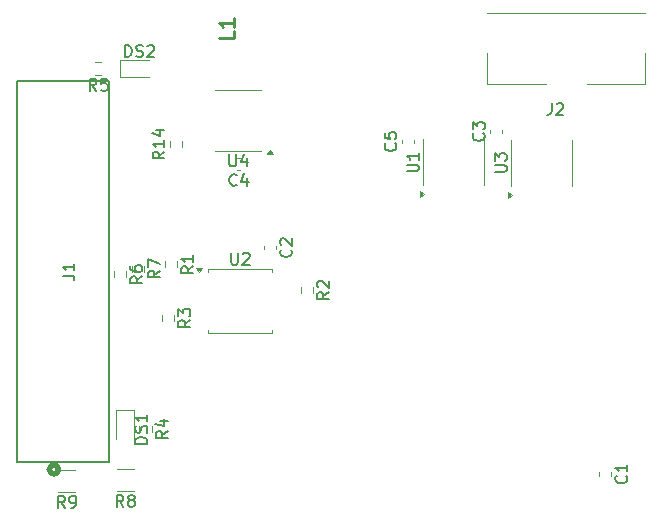
<source format=gbr>
%TF.GenerationSoftware,KiCad,Pcbnew,8.0.9-8.0.9-0~ubuntu22.04.1*%
%TF.CreationDate,2025-04-16T08:53:04-05:00*%
%TF.ProjectId,test_board,74657374-5f62-46f6-9172-642e6b696361,rev?*%
%TF.SameCoordinates,Original*%
%TF.FileFunction,Legend,Top*%
%TF.FilePolarity,Positive*%
%FSLAX46Y46*%
G04 Gerber Fmt 4.6, Leading zero omitted, Abs format (unit mm)*
G04 Created by KiCad (PCBNEW 8.0.9-8.0.9-0~ubuntu22.04.1) date 2025-04-16 08:53:04*
%MOMM*%
%LPD*%
G01*
G04 APERTURE LIST*
%ADD10C,0.150000*%
%ADD11C,0.254000*%
%ADD12C,0.120000*%
%ADD13C,0.152400*%
%ADD14C,0.508000*%
G04 APERTURE END LIST*
D10*
X134868095Y-66014819D02*
X134868095Y-66824342D01*
X134868095Y-66824342D02*
X134915714Y-66919580D01*
X134915714Y-66919580D02*
X134963333Y-66967200D01*
X134963333Y-66967200D02*
X135058571Y-67014819D01*
X135058571Y-67014819D02*
X135249047Y-67014819D01*
X135249047Y-67014819D02*
X135344285Y-66967200D01*
X135344285Y-66967200D02*
X135391904Y-66919580D01*
X135391904Y-66919580D02*
X135439523Y-66824342D01*
X135439523Y-66824342D02*
X135439523Y-66014819D01*
X135868095Y-66110057D02*
X135915714Y-66062438D01*
X135915714Y-66062438D02*
X136010952Y-66014819D01*
X136010952Y-66014819D02*
X136249047Y-66014819D01*
X136249047Y-66014819D02*
X136344285Y-66062438D01*
X136344285Y-66062438D02*
X136391904Y-66110057D01*
X136391904Y-66110057D02*
X136439523Y-66205295D01*
X136439523Y-66205295D02*
X136439523Y-66300533D01*
X136439523Y-66300533D02*
X136391904Y-66443390D01*
X136391904Y-66443390D02*
X135820476Y-67014819D01*
X135820476Y-67014819D02*
X136439523Y-67014819D01*
X162006666Y-53334819D02*
X162006666Y-54049104D01*
X162006666Y-54049104D02*
X161959047Y-54191961D01*
X161959047Y-54191961D02*
X161863809Y-54287200D01*
X161863809Y-54287200D02*
X161720952Y-54334819D01*
X161720952Y-54334819D02*
X161625714Y-54334819D01*
X162435238Y-53430057D02*
X162482857Y-53382438D01*
X162482857Y-53382438D02*
X162578095Y-53334819D01*
X162578095Y-53334819D02*
X162816190Y-53334819D01*
X162816190Y-53334819D02*
X162911428Y-53382438D01*
X162911428Y-53382438D02*
X162959047Y-53430057D01*
X162959047Y-53430057D02*
X163006666Y-53525295D01*
X163006666Y-53525295D02*
X163006666Y-53620533D01*
X163006666Y-53620533D02*
X162959047Y-53763390D01*
X162959047Y-53763390D02*
X162387619Y-54334819D01*
X162387619Y-54334819D02*
X163006666Y-54334819D01*
X128854819Y-67529166D02*
X128378628Y-67862499D01*
X128854819Y-68100594D02*
X127854819Y-68100594D01*
X127854819Y-68100594D02*
X127854819Y-67719642D01*
X127854819Y-67719642D02*
X127902438Y-67624404D01*
X127902438Y-67624404D02*
X127950057Y-67576785D01*
X127950057Y-67576785D02*
X128045295Y-67529166D01*
X128045295Y-67529166D02*
X128188152Y-67529166D01*
X128188152Y-67529166D02*
X128283390Y-67576785D01*
X128283390Y-67576785D02*
X128331009Y-67624404D01*
X128331009Y-67624404D02*
X128378628Y-67719642D01*
X128378628Y-67719642D02*
X128378628Y-68100594D01*
X127854819Y-67195832D02*
X127854819Y-66529166D01*
X127854819Y-66529166D02*
X128854819Y-66957737D01*
X131654819Y-67166666D02*
X131178628Y-67499999D01*
X131654819Y-67738094D02*
X130654819Y-67738094D01*
X130654819Y-67738094D02*
X130654819Y-67357142D01*
X130654819Y-67357142D02*
X130702438Y-67261904D01*
X130702438Y-67261904D02*
X130750057Y-67214285D01*
X130750057Y-67214285D02*
X130845295Y-67166666D01*
X130845295Y-67166666D02*
X130988152Y-67166666D01*
X130988152Y-67166666D02*
X131083390Y-67214285D01*
X131083390Y-67214285D02*
X131131009Y-67261904D01*
X131131009Y-67261904D02*
X131178628Y-67357142D01*
X131178628Y-67357142D02*
X131178628Y-67738094D01*
X131654819Y-66214285D02*
X131654819Y-66785713D01*
X131654819Y-66499999D02*
X130654819Y-66499999D01*
X130654819Y-66499999D02*
X130797676Y-66595237D01*
X130797676Y-66595237D02*
X130892914Y-66690475D01*
X130892914Y-66690475D02*
X130940533Y-66785713D01*
X120592918Y-67939933D02*
X121307203Y-67939933D01*
X121307203Y-67939933D02*
X121450060Y-67987552D01*
X121450060Y-67987552D02*
X121545299Y-68082790D01*
X121545299Y-68082790D02*
X121592918Y-68225647D01*
X121592918Y-68225647D02*
X121592918Y-68320885D01*
X121592918Y-66939933D02*
X121592918Y-67511361D01*
X121592918Y-67225647D02*
X120592918Y-67225647D01*
X120592918Y-67225647D02*
X120735775Y-67320885D01*
X120735775Y-67320885D02*
X120831013Y-67416123D01*
X120831013Y-67416123D02*
X120878632Y-67511361D01*
X125875714Y-49414819D02*
X125875714Y-48414819D01*
X125875714Y-48414819D02*
X126113809Y-48414819D01*
X126113809Y-48414819D02*
X126256666Y-48462438D01*
X126256666Y-48462438D02*
X126351904Y-48557676D01*
X126351904Y-48557676D02*
X126399523Y-48652914D01*
X126399523Y-48652914D02*
X126447142Y-48843390D01*
X126447142Y-48843390D02*
X126447142Y-48986247D01*
X126447142Y-48986247D02*
X126399523Y-49176723D01*
X126399523Y-49176723D02*
X126351904Y-49271961D01*
X126351904Y-49271961D02*
X126256666Y-49367200D01*
X126256666Y-49367200D02*
X126113809Y-49414819D01*
X126113809Y-49414819D02*
X125875714Y-49414819D01*
X126828095Y-49367200D02*
X126970952Y-49414819D01*
X126970952Y-49414819D02*
X127209047Y-49414819D01*
X127209047Y-49414819D02*
X127304285Y-49367200D01*
X127304285Y-49367200D02*
X127351904Y-49319580D01*
X127351904Y-49319580D02*
X127399523Y-49224342D01*
X127399523Y-49224342D02*
X127399523Y-49129104D01*
X127399523Y-49129104D02*
X127351904Y-49033866D01*
X127351904Y-49033866D02*
X127304285Y-48986247D01*
X127304285Y-48986247D02*
X127209047Y-48938628D01*
X127209047Y-48938628D02*
X127018571Y-48891009D01*
X127018571Y-48891009D02*
X126923333Y-48843390D01*
X126923333Y-48843390D02*
X126875714Y-48795771D01*
X126875714Y-48795771D02*
X126828095Y-48700533D01*
X126828095Y-48700533D02*
X126828095Y-48605295D01*
X126828095Y-48605295D02*
X126875714Y-48510057D01*
X126875714Y-48510057D02*
X126923333Y-48462438D01*
X126923333Y-48462438D02*
X127018571Y-48414819D01*
X127018571Y-48414819D02*
X127256666Y-48414819D01*
X127256666Y-48414819D02*
X127399523Y-48462438D01*
X127780476Y-48510057D02*
X127828095Y-48462438D01*
X127828095Y-48462438D02*
X127923333Y-48414819D01*
X127923333Y-48414819D02*
X128161428Y-48414819D01*
X128161428Y-48414819D02*
X128256666Y-48462438D01*
X128256666Y-48462438D02*
X128304285Y-48510057D01*
X128304285Y-48510057D02*
X128351904Y-48605295D01*
X128351904Y-48605295D02*
X128351904Y-48700533D01*
X128351904Y-48700533D02*
X128304285Y-48843390D01*
X128304285Y-48843390D02*
X127732857Y-49414819D01*
X127732857Y-49414819D02*
X128351904Y-49414819D01*
X135343333Y-60249580D02*
X135295714Y-60297200D01*
X135295714Y-60297200D02*
X135152857Y-60344819D01*
X135152857Y-60344819D02*
X135057619Y-60344819D01*
X135057619Y-60344819D02*
X134914762Y-60297200D01*
X134914762Y-60297200D02*
X134819524Y-60201961D01*
X134819524Y-60201961D02*
X134771905Y-60106723D01*
X134771905Y-60106723D02*
X134724286Y-59916247D01*
X134724286Y-59916247D02*
X134724286Y-59773390D01*
X134724286Y-59773390D02*
X134771905Y-59582914D01*
X134771905Y-59582914D02*
X134819524Y-59487676D01*
X134819524Y-59487676D02*
X134914762Y-59392438D01*
X134914762Y-59392438D02*
X135057619Y-59344819D01*
X135057619Y-59344819D02*
X135152857Y-59344819D01*
X135152857Y-59344819D02*
X135295714Y-59392438D01*
X135295714Y-59392438D02*
X135343333Y-59440057D01*
X136200476Y-59678152D02*
X136200476Y-60344819D01*
X135962381Y-59297200D02*
X135724286Y-60011485D01*
X135724286Y-60011485D02*
X136343333Y-60011485D01*
X127754819Y-82186785D02*
X126754819Y-82186785D01*
X126754819Y-82186785D02*
X126754819Y-81948690D01*
X126754819Y-81948690D02*
X126802438Y-81805833D01*
X126802438Y-81805833D02*
X126897676Y-81710595D01*
X126897676Y-81710595D02*
X126992914Y-81662976D01*
X126992914Y-81662976D02*
X127183390Y-81615357D01*
X127183390Y-81615357D02*
X127326247Y-81615357D01*
X127326247Y-81615357D02*
X127516723Y-81662976D01*
X127516723Y-81662976D02*
X127611961Y-81710595D01*
X127611961Y-81710595D02*
X127707200Y-81805833D01*
X127707200Y-81805833D02*
X127754819Y-81948690D01*
X127754819Y-81948690D02*
X127754819Y-82186785D01*
X127707200Y-81234404D02*
X127754819Y-81091547D01*
X127754819Y-81091547D02*
X127754819Y-80853452D01*
X127754819Y-80853452D02*
X127707200Y-80758214D01*
X127707200Y-80758214D02*
X127659580Y-80710595D01*
X127659580Y-80710595D02*
X127564342Y-80662976D01*
X127564342Y-80662976D02*
X127469104Y-80662976D01*
X127469104Y-80662976D02*
X127373866Y-80710595D01*
X127373866Y-80710595D02*
X127326247Y-80758214D01*
X127326247Y-80758214D02*
X127278628Y-80853452D01*
X127278628Y-80853452D02*
X127231009Y-81043928D01*
X127231009Y-81043928D02*
X127183390Y-81139166D01*
X127183390Y-81139166D02*
X127135771Y-81186785D01*
X127135771Y-81186785D02*
X127040533Y-81234404D01*
X127040533Y-81234404D02*
X126945295Y-81234404D01*
X126945295Y-81234404D02*
X126850057Y-81186785D01*
X126850057Y-81186785D02*
X126802438Y-81139166D01*
X126802438Y-81139166D02*
X126754819Y-81043928D01*
X126754819Y-81043928D02*
X126754819Y-80805833D01*
X126754819Y-80805833D02*
X126802438Y-80662976D01*
X127754819Y-79710595D02*
X127754819Y-80282023D01*
X127754819Y-79996309D02*
X126754819Y-79996309D01*
X126754819Y-79996309D02*
X126897676Y-80091547D01*
X126897676Y-80091547D02*
X126992914Y-80186785D01*
X126992914Y-80186785D02*
X127040533Y-80282023D01*
X129214819Y-57442857D02*
X128738628Y-57776190D01*
X129214819Y-58014285D02*
X128214819Y-58014285D01*
X128214819Y-58014285D02*
X128214819Y-57633333D01*
X128214819Y-57633333D02*
X128262438Y-57538095D01*
X128262438Y-57538095D02*
X128310057Y-57490476D01*
X128310057Y-57490476D02*
X128405295Y-57442857D01*
X128405295Y-57442857D02*
X128548152Y-57442857D01*
X128548152Y-57442857D02*
X128643390Y-57490476D01*
X128643390Y-57490476D02*
X128691009Y-57538095D01*
X128691009Y-57538095D02*
X128738628Y-57633333D01*
X128738628Y-57633333D02*
X128738628Y-58014285D01*
X129214819Y-56490476D02*
X129214819Y-57061904D01*
X129214819Y-56776190D02*
X128214819Y-56776190D01*
X128214819Y-56776190D02*
X128357676Y-56871428D01*
X128357676Y-56871428D02*
X128452914Y-56966666D01*
X128452914Y-56966666D02*
X128500533Y-57061904D01*
X128548152Y-55633333D02*
X129214819Y-55633333D01*
X128167200Y-55871428D02*
X128881485Y-56109523D01*
X128881485Y-56109523D02*
X128881485Y-55490476D01*
X149734819Y-59121904D02*
X150544342Y-59121904D01*
X150544342Y-59121904D02*
X150639580Y-59074285D01*
X150639580Y-59074285D02*
X150687200Y-59026666D01*
X150687200Y-59026666D02*
X150734819Y-58931428D01*
X150734819Y-58931428D02*
X150734819Y-58740952D01*
X150734819Y-58740952D02*
X150687200Y-58645714D01*
X150687200Y-58645714D02*
X150639580Y-58598095D01*
X150639580Y-58598095D02*
X150544342Y-58550476D01*
X150544342Y-58550476D02*
X149734819Y-58550476D01*
X150734819Y-57550476D02*
X150734819Y-58121904D01*
X150734819Y-57836190D02*
X149734819Y-57836190D01*
X149734819Y-57836190D02*
X149877676Y-57931428D01*
X149877676Y-57931428D02*
X149972914Y-58026666D01*
X149972914Y-58026666D02*
X150020533Y-58121904D01*
X129504819Y-81096666D02*
X129028628Y-81429999D01*
X129504819Y-81668094D02*
X128504819Y-81668094D01*
X128504819Y-81668094D02*
X128504819Y-81287142D01*
X128504819Y-81287142D02*
X128552438Y-81191904D01*
X128552438Y-81191904D02*
X128600057Y-81144285D01*
X128600057Y-81144285D02*
X128695295Y-81096666D01*
X128695295Y-81096666D02*
X128838152Y-81096666D01*
X128838152Y-81096666D02*
X128933390Y-81144285D01*
X128933390Y-81144285D02*
X128981009Y-81191904D01*
X128981009Y-81191904D02*
X129028628Y-81287142D01*
X129028628Y-81287142D02*
X129028628Y-81668094D01*
X128838152Y-80239523D02*
X129504819Y-80239523D01*
X128457200Y-80477618D02*
X129171485Y-80715713D01*
X129171485Y-80715713D02*
X129171485Y-80096666D01*
X157184819Y-59161904D02*
X157994342Y-59161904D01*
X157994342Y-59161904D02*
X158089580Y-59114285D01*
X158089580Y-59114285D02*
X158137200Y-59066666D01*
X158137200Y-59066666D02*
X158184819Y-58971428D01*
X158184819Y-58971428D02*
X158184819Y-58780952D01*
X158184819Y-58780952D02*
X158137200Y-58685714D01*
X158137200Y-58685714D02*
X158089580Y-58638095D01*
X158089580Y-58638095D02*
X157994342Y-58590476D01*
X157994342Y-58590476D02*
X157184819Y-58590476D01*
X157184819Y-58209523D02*
X157184819Y-57590476D01*
X157184819Y-57590476D02*
X157565771Y-57923809D01*
X157565771Y-57923809D02*
X157565771Y-57780952D01*
X157565771Y-57780952D02*
X157613390Y-57685714D01*
X157613390Y-57685714D02*
X157661009Y-57638095D01*
X157661009Y-57638095D02*
X157756247Y-57590476D01*
X157756247Y-57590476D02*
X157994342Y-57590476D01*
X157994342Y-57590476D02*
X158089580Y-57638095D01*
X158089580Y-57638095D02*
X158137200Y-57685714D01*
X158137200Y-57685714D02*
X158184819Y-57780952D01*
X158184819Y-57780952D02*
X158184819Y-58066666D01*
X158184819Y-58066666D02*
X158137200Y-58161904D01*
X158137200Y-58161904D02*
X158089580Y-58209523D01*
X127344819Y-68009166D02*
X126868628Y-68342499D01*
X127344819Y-68580594D02*
X126344819Y-68580594D01*
X126344819Y-68580594D02*
X126344819Y-68199642D01*
X126344819Y-68199642D02*
X126392438Y-68104404D01*
X126392438Y-68104404D02*
X126440057Y-68056785D01*
X126440057Y-68056785D02*
X126535295Y-68009166D01*
X126535295Y-68009166D02*
X126678152Y-68009166D01*
X126678152Y-68009166D02*
X126773390Y-68056785D01*
X126773390Y-68056785D02*
X126821009Y-68104404D01*
X126821009Y-68104404D02*
X126868628Y-68199642D01*
X126868628Y-68199642D02*
X126868628Y-68580594D01*
X126344819Y-67152023D02*
X126344819Y-67342499D01*
X126344819Y-67342499D02*
X126392438Y-67437737D01*
X126392438Y-67437737D02*
X126440057Y-67485356D01*
X126440057Y-67485356D02*
X126582914Y-67580594D01*
X126582914Y-67580594D02*
X126773390Y-67628213D01*
X126773390Y-67628213D02*
X127154342Y-67628213D01*
X127154342Y-67628213D02*
X127249580Y-67580594D01*
X127249580Y-67580594D02*
X127297200Y-67532975D01*
X127297200Y-67532975D02*
X127344819Y-67437737D01*
X127344819Y-67437737D02*
X127344819Y-67247261D01*
X127344819Y-67247261D02*
X127297200Y-67152023D01*
X127297200Y-67152023D02*
X127249580Y-67104404D01*
X127249580Y-67104404D02*
X127154342Y-67056785D01*
X127154342Y-67056785D02*
X126916247Y-67056785D01*
X126916247Y-67056785D02*
X126821009Y-67104404D01*
X126821009Y-67104404D02*
X126773390Y-67152023D01*
X126773390Y-67152023D02*
X126725771Y-67247261D01*
X126725771Y-67247261D02*
X126725771Y-67437737D01*
X126725771Y-67437737D02*
X126773390Y-67532975D01*
X126773390Y-67532975D02*
X126821009Y-67580594D01*
X126821009Y-67580594D02*
X126916247Y-67628213D01*
D11*
X135075518Y-47260466D02*
X135075518Y-47865228D01*
X135075518Y-47865228D02*
X133805518Y-47865228D01*
X135075518Y-46171894D02*
X135075518Y-46897609D01*
X135075518Y-46534752D02*
X133805518Y-46534752D01*
X133805518Y-46534752D02*
X133986946Y-46655704D01*
X133986946Y-46655704D02*
X134107899Y-46776656D01*
X134107899Y-46776656D02*
X134168375Y-46897609D01*
D10*
X148769580Y-56756666D02*
X148817200Y-56804285D01*
X148817200Y-56804285D02*
X148864819Y-56947142D01*
X148864819Y-56947142D02*
X148864819Y-57042380D01*
X148864819Y-57042380D02*
X148817200Y-57185237D01*
X148817200Y-57185237D02*
X148721961Y-57280475D01*
X148721961Y-57280475D02*
X148626723Y-57328094D01*
X148626723Y-57328094D02*
X148436247Y-57375713D01*
X148436247Y-57375713D02*
X148293390Y-57375713D01*
X148293390Y-57375713D02*
X148102914Y-57328094D01*
X148102914Y-57328094D02*
X148007676Y-57280475D01*
X148007676Y-57280475D02*
X147912438Y-57185237D01*
X147912438Y-57185237D02*
X147864819Y-57042380D01*
X147864819Y-57042380D02*
X147864819Y-56947142D01*
X147864819Y-56947142D02*
X147912438Y-56804285D01*
X147912438Y-56804285D02*
X147960057Y-56756666D01*
X147864819Y-55851904D02*
X147864819Y-56328094D01*
X147864819Y-56328094D02*
X148341009Y-56375713D01*
X148341009Y-56375713D02*
X148293390Y-56328094D01*
X148293390Y-56328094D02*
X148245771Y-56232856D01*
X148245771Y-56232856D02*
X148245771Y-55994761D01*
X148245771Y-55994761D02*
X148293390Y-55899523D01*
X148293390Y-55899523D02*
X148341009Y-55851904D01*
X148341009Y-55851904D02*
X148436247Y-55804285D01*
X148436247Y-55804285D02*
X148674342Y-55804285D01*
X148674342Y-55804285D02*
X148769580Y-55851904D01*
X148769580Y-55851904D02*
X148817200Y-55899523D01*
X148817200Y-55899523D02*
X148864819Y-55994761D01*
X148864819Y-55994761D02*
X148864819Y-56232856D01*
X148864819Y-56232856D02*
X148817200Y-56328094D01*
X148817200Y-56328094D02*
X148769580Y-56375713D01*
X120793333Y-87594819D02*
X120460000Y-87118628D01*
X120221905Y-87594819D02*
X120221905Y-86594819D01*
X120221905Y-86594819D02*
X120602857Y-86594819D01*
X120602857Y-86594819D02*
X120698095Y-86642438D01*
X120698095Y-86642438D02*
X120745714Y-86690057D01*
X120745714Y-86690057D02*
X120793333Y-86785295D01*
X120793333Y-86785295D02*
X120793333Y-86928152D01*
X120793333Y-86928152D02*
X120745714Y-87023390D01*
X120745714Y-87023390D02*
X120698095Y-87071009D01*
X120698095Y-87071009D02*
X120602857Y-87118628D01*
X120602857Y-87118628D02*
X120221905Y-87118628D01*
X121269524Y-87594819D02*
X121460000Y-87594819D01*
X121460000Y-87594819D02*
X121555238Y-87547200D01*
X121555238Y-87547200D02*
X121602857Y-87499580D01*
X121602857Y-87499580D02*
X121698095Y-87356723D01*
X121698095Y-87356723D02*
X121745714Y-87166247D01*
X121745714Y-87166247D02*
X121745714Y-86785295D01*
X121745714Y-86785295D02*
X121698095Y-86690057D01*
X121698095Y-86690057D02*
X121650476Y-86642438D01*
X121650476Y-86642438D02*
X121555238Y-86594819D01*
X121555238Y-86594819D02*
X121364762Y-86594819D01*
X121364762Y-86594819D02*
X121269524Y-86642438D01*
X121269524Y-86642438D02*
X121221905Y-86690057D01*
X121221905Y-86690057D02*
X121174286Y-86785295D01*
X121174286Y-86785295D02*
X121174286Y-87023390D01*
X121174286Y-87023390D02*
X121221905Y-87118628D01*
X121221905Y-87118628D02*
X121269524Y-87166247D01*
X121269524Y-87166247D02*
X121364762Y-87213866D01*
X121364762Y-87213866D02*
X121555238Y-87213866D01*
X121555238Y-87213866D02*
X121650476Y-87166247D01*
X121650476Y-87166247D02*
X121698095Y-87118628D01*
X121698095Y-87118628D02*
X121745714Y-87023390D01*
X131404819Y-71716666D02*
X130928628Y-72049999D01*
X131404819Y-72288094D02*
X130404819Y-72288094D01*
X130404819Y-72288094D02*
X130404819Y-71907142D01*
X130404819Y-71907142D02*
X130452438Y-71811904D01*
X130452438Y-71811904D02*
X130500057Y-71764285D01*
X130500057Y-71764285D02*
X130595295Y-71716666D01*
X130595295Y-71716666D02*
X130738152Y-71716666D01*
X130738152Y-71716666D02*
X130833390Y-71764285D01*
X130833390Y-71764285D02*
X130881009Y-71811904D01*
X130881009Y-71811904D02*
X130928628Y-71907142D01*
X130928628Y-71907142D02*
X130928628Y-72288094D01*
X130404819Y-71383332D02*
X130404819Y-70764285D01*
X130404819Y-70764285D02*
X130785771Y-71097618D01*
X130785771Y-71097618D02*
X130785771Y-70954761D01*
X130785771Y-70954761D02*
X130833390Y-70859523D01*
X130833390Y-70859523D02*
X130881009Y-70811904D01*
X130881009Y-70811904D02*
X130976247Y-70764285D01*
X130976247Y-70764285D02*
X131214342Y-70764285D01*
X131214342Y-70764285D02*
X131309580Y-70811904D01*
X131309580Y-70811904D02*
X131357200Y-70859523D01*
X131357200Y-70859523D02*
X131404819Y-70954761D01*
X131404819Y-70954761D02*
X131404819Y-71240475D01*
X131404819Y-71240475D02*
X131357200Y-71335713D01*
X131357200Y-71335713D02*
X131309580Y-71383332D01*
X156229580Y-55906666D02*
X156277200Y-55954285D01*
X156277200Y-55954285D02*
X156324819Y-56097142D01*
X156324819Y-56097142D02*
X156324819Y-56192380D01*
X156324819Y-56192380D02*
X156277200Y-56335237D01*
X156277200Y-56335237D02*
X156181961Y-56430475D01*
X156181961Y-56430475D02*
X156086723Y-56478094D01*
X156086723Y-56478094D02*
X155896247Y-56525713D01*
X155896247Y-56525713D02*
X155753390Y-56525713D01*
X155753390Y-56525713D02*
X155562914Y-56478094D01*
X155562914Y-56478094D02*
X155467676Y-56430475D01*
X155467676Y-56430475D02*
X155372438Y-56335237D01*
X155372438Y-56335237D02*
X155324819Y-56192380D01*
X155324819Y-56192380D02*
X155324819Y-56097142D01*
X155324819Y-56097142D02*
X155372438Y-55954285D01*
X155372438Y-55954285D02*
X155420057Y-55906666D01*
X155324819Y-55573332D02*
X155324819Y-54954285D01*
X155324819Y-54954285D02*
X155705771Y-55287618D01*
X155705771Y-55287618D02*
X155705771Y-55144761D01*
X155705771Y-55144761D02*
X155753390Y-55049523D01*
X155753390Y-55049523D02*
X155801009Y-55001904D01*
X155801009Y-55001904D02*
X155896247Y-54954285D01*
X155896247Y-54954285D02*
X156134342Y-54954285D01*
X156134342Y-54954285D02*
X156229580Y-55001904D01*
X156229580Y-55001904D02*
X156277200Y-55049523D01*
X156277200Y-55049523D02*
X156324819Y-55144761D01*
X156324819Y-55144761D02*
X156324819Y-55430475D01*
X156324819Y-55430475D02*
X156277200Y-55525713D01*
X156277200Y-55525713D02*
X156229580Y-55573332D01*
X168309580Y-84896666D02*
X168357200Y-84944285D01*
X168357200Y-84944285D02*
X168404819Y-85087142D01*
X168404819Y-85087142D02*
X168404819Y-85182380D01*
X168404819Y-85182380D02*
X168357200Y-85325237D01*
X168357200Y-85325237D02*
X168261961Y-85420475D01*
X168261961Y-85420475D02*
X168166723Y-85468094D01*
X168166723Y-85468094D02*
X167976247Y-85515713D01*
X167976247Y-85515713D02*
X167833390Y-85515713D01*
X167833390Y-85515713D02*
X167642914Y-85468094D01*
X167642914Y-85468094D02*
X167547676Y-85420475D01*
X167547676Y-85420475D02*
X167452438Y-85325237D01*
X167452438Y-85325237D02*
X167404819Y-85182380D01*
X167404819Y-85182380D02*
X167404819Y-85087142D01*
X167404819Y-85087142D02*
X167452438Y-84944285D01*
X167452438Y-84944285D02*
X167500057Y-84896666D01*
X168404819Y-83944285D02*
X168404819Y-84515713D01*
X168404819Y-84229999D02*
X167404819Y-84229999D01*
X167404819Y-84229999D02*
X167547676Y-84325237D01*
X167547676Y-84325237D02*
X167642914Y-84420475D01*
X167642914Y-84420475D02*
X167690533Y-84515713D01*
X125753333Y-87534819D02*
X125420000Y-87058628D01*
X125181905Y-87534819D02*
X125181905Y-86534819D01*
X125181905Y-86534819D02*
X125562857Y-86534819D01*
X125562857Y-86534819D02*
X125658095Y-86582438D01*
X125658095Y-86582438D02*
X125705714Y-86630057D01*
X125705714Y-86630057D02*
X125753333Y-86725295D01*
X125753333Y-86725295D02*
X125753333Y-86868152D01*
X125753333Y-86868152D02*
X125705714Y-86963390D01*
X125705714Y-86963390D02*
X125658095Y-87011009D01*
X125658095Y-87011009D02*
X125562857Y-87058628D01*
X125562857Y-87058628D02*
X125181905Y-87058628D01*
X126324762Y-86963390D02*
X126229524Y-86915771D01*
X126229524Y-86915771D02*
X126181905Y-86868152D01*
X126181905Y-86868152D02*
X126134286Y-86772914D01*
X126134286Y-86772914D02*
X126134286Y-86725295D01*
X126134286Y-86725295D02*
X126181905Y-86630057D01*
X126181905Y-86630057D02*
X126229524Y-86582438D01*
X126229524Y-86582438D02*
X126324762Y-86534819D01*
X126324762Y-86534819D02*
X126515238Y-86534819D01*
X126515238Y-86534819D02*
X126610476Y-86582438D01*
X126610476Y-86582438D02*
X126658095Y-86630057D01*
X126658095Y-86630057D02*
X126705714Y-86725295D01*
X126705714Y-86725295D02*
X126705714Y-86772914D01*
X126705714Y-86772914D02*
X126658095Y-86868152D01*
X126658095Y-86868152D02*
X126610476Y-86915771D01*
X126610476Y-86915771D02*
X126515238Y-86963390D01*
X126515238Y-86963390D02*
X126324762Y-86963390D01*
X126324762Y-86963390D02*
X126229524Y-87011009D01*
X126229524Y-87011009D02*
X126181905Y-87058628D01*
X126181905Y-87058628D02*
X126134286Y-87153866D01*
X126134286Y-87153866D02*
X126134286Y-87344342D01*
X126134286Y-87344342D02*
X126181905Y-87439580D01*
X126181905Y-87439580D02*
X126229524Y-87487200D01*
X126229524Y-87487200D02*
X126324762Y-87534819D01*
X126324762Y-87534819D02*
X126515238Y-87534819D01*
X126515238Y-87534819D02*
X126610476Y-87487200D01*
X126610476Y-87487200D02*
X126658095Y-87439580D01*
X126658095Y-87439580D02*
X126705714Y-87344342D01*
X126705714Y-87344342D02*
X126705714Y-87153866D01*
X126705714Y-87153866D02*
X126658095Y-87058628D01*
X126658095Y-87058628D02*
X126610476Y-87011009D01*
X126610476Y-87011009D02*
X126515238Y-86963390D01*
X123463333Y-52284819D02*
X123130000Y-51808628D01*
X122891905Y-52284819D02*
X122891905Y-51284819D01*
X122891905Y-51284819D02*
X123272857Y-51284819D01*
X123272857Y-51284819D02*
X123368095Y-51332438D01*
X123368095Y-51332438D02*
X123415714Y-51380057D01*
X123415714Y-51380057D02*
X123463333Y-51475295D01*
X123463333Y-51475295D02*
X123463333Y-51618152D01*
X123463333Y-51618152D02*
X123415714Y-51713390D01*
X123415714Y-51713390D02*
X123368095Y-51761009D01*
X123368095Y-51761009D02*
X123272857Y-51808628D01*
X123272857Y-51808628D02*
X122891905Y-51808628D01*
X124368095Y-51284819D02*
X123891905Y-51284819D01*
X123891905Y-51284819D02*
X123844286Y-51761009D01*
X123844286Y-51761009D02*
X123891905Y-51713390D01*
X123891905Y-51713390D02*
X123987143Y-51665771D01*
X123987143Y-51665771D02*
X124225238Y-51665771D01*
X124225238Y-51665771D02*
X124320476Y-51713390D01*
X124320476Y-51713390D02*
X124368095Y-51761009D01*
X124368095Y-51761009D02*
X124415714Y-51856247D01*
X124415714Y-51856247D02*
X124415714Y-52094342D01*
X124415714Y-52094342D02*
X124368095Y-52189580D01*
X124368095Y-52189580D02*
X124320476Y-52237200D01*
X124320476Y-52237200D02*
X124225238Y-52284819D01*
X124225238Y-52284819D02*
X123987143Y-52284819D01*
X123987143Y-52284819D02*
X123891905Y-52237200D01*
X123891905Y-52237200D02*
X123844286Y-52189580D01*
X134718095Y-57684819D02*
X134718095Y-58494342D01*
X134718095Y-58494342D02*
X134765714Y-58589580D01*
X134765714Y-58589580D02*
X134813333Y-58637200D01*
X134813333Y-58637200D02*
X134908571Y-58684819D01*
X134908571Y-58684819D02*
X135099047Y-58684819D01*
X135099047Y-58684819D02*
X135194285Y-58637200D01*
X135194285Y-58637200D02*
X135241904Y-58589580D01*
X135241904Y-58589580D02*
X135289523Y-58494342D01*
X135289523Y-58494342D02*
X135289523Y-57684819D01*
X136194285Y-58018152D02*
X136194285Y-58684819D01*
X135956190Y-57637200D02*
X135718095Y-58351485D01*
X135718095Y-58351485D02*
X136337142Y-58351485D01*
X139909580Y-65746666D02*
X139957200Y-65794285D01*
X139957200Y-65794285D02*
X140004819Y-65937142D01*
X140004819Y-65937142D02*
X140004819Y-66032380D01*
X140004819Y-66032380D02*
X139957200Y-66175237D01*
X139957200Y-66175237D02*
X139861961Y-66270475D01*
X139861961Y-66270475D02*
X139766723Y-66318094D01*
X139766723Y-66318094D02*
X139576247Y-66365713D01*
X139576247Y-66365713D02*
X139433390Y-66365713D01*
X139433390Y-66365713D02*
X139242914Y-66318094D01*
X139242914Y-66318094D02*
X139147676Y-66270475D01*
X139147676Y-66270475D02*
X139052438Y-66175237D01*
X139052438Y-66175237D02*
X139004819Y-66032380D01*
X139004819Y-66032380D02*
X139004819Y-65937142D01*
X139004819Y-65937142D02*
X139052438Y-65794285D01*
X139052438Y-65794285D02*
X139100057Y-65746666D01*
X139100057Y-65365713D02*
X139052438Y-65318094D01*
X139052438Y-65318094D02*
X139004819Y-65222856D01*
X139004819Y-65222856D02*
X139004819Y-64984761D01*
X139004819Y-64984761D02*
X139052438Y-64889523D01*
X139052438Y-64889523D02*
X139100057Y-64841904D01*
X139100057Y-64841904D02*
X139195295Y-64794285D01*
X139195295Y-64794285D02*
X139290533Y-64794285D01*
X139290533Y-64794285D02*
X139433390Y-64841904D01*
X139433390Y-64841904D02*
X140004819Y-65413332D01*
X140004819Y-65413332D02*
X140004819Y-64794285D01*
X143164819Y-69326666D02*
X142688628Y-69659999D01*
X143164819Y-69898094D02*
X142164819Y-69898094D01*
X142164819Y-69898094D02*
X142164819Y-69517142D01*
X142164819Y-69517142D02*
X142212438Y-69421904D01*
X142212438Y-69421904D02*
X142260057Y-69374285D01*
X142260057Y-69374285D02*
X142355295Y-69326666D01*
X142355295Y-69326666D02*
X142498152Y-69326666D01*
X142498152Y-69326666D02*
X142593390Y-69374285D01*
X142593390Y-69374285D02*
X142641009Y-69421904D01*
X142641009Y-69421904D02*
X142688628Y-69517142D01*
X142688628Y-69517142D02*
X142688628Y-69898094D01*
X142260057Y-68945713D02*
X142212438Y-68898094D01*
X142212438Y-68898094D02*
X142164819Y-68802856D01*
X142164819Y-68802856D02*
X142164819Y-68564761D01*
X142164819Y-68564761D02*
X142212438Y-68469523D01*
X142212438Y-68469523D02*
X142260057Y-68421904D01*
X142260057Y-68421904D02*
X142355295Y-68374285D01*
X142355295Y-68374285D02*
X142450533Y-68374285D01*
X142450533Y-68374285D02*
X142593390Y-68421904D01*
X142593390Y-68421904D02*
X143164819Y-68993332D01*
X143164819Y-68993332D02*
X143164819Y-68374285D01*
D12*
%TO.C,U2*%
X132122500Y-67655000D02*
X131882500Y-67325000D01*
X132362500Y-67325000D01*
X132122500Y-67655000D01*
G36*
X132122500Y-67655000D02*
G01*
X131882500Y-67325000D01*
X132362500Y-67325000D01*
X132122500Y-67655000D01*
G37*
X138355000Y-72845000D02*
X138355000Y-72585000D01*
X138355000Y-67395000D02*
X138355000Y-67655000D01*
X135630000Y-72845000D02*
X138355000Y-72845000D01*
X135630000Y-72845000D02*
X132905000Y-72845000D01*
X135630000Y-67395000D02*
X138355000Y-67395000D01*
X135630000Y-67395000D02*
X132905000Y-67395000D01*
X132905000Y-72845000D02*
X132905000Y-72585000D01*
X132905000Y-67395000D02*
X132905000Y-67655000D01*
%TO.C,J2*%
X169940000Y-51730000D02*
X169940000Y-49130000D01*
X169940000Y-51730000D02*
X164990000Y-51730000D01*
X156540000Y-51730000D02*
X161490000Y-51730000D01*
X156540000Y-51730000D02*
X156540000Y-49130000D01*
X156540000Y-45730000D02*
X169940000Y-45730000D01*
%TO.C,R7*%
X126447500Y-67107776D02*
X126447500Y-67617224D01*
X127492500Y-67107776D02*
X127492500Y-67617224D01*
%TO.C,R1*%
X129247500Y-66745276D02*
X129247500Y-67254724D01*
X130292500Y-66745276D02*
X130292500Y-67254724D01*
D13*
%TO.C,J1*%
X116711100Y-51490300D02*
X116711100Y-83722900D01*
X116711100Y-83722900D02*
X124508900Y-83722900D01*
X124508900Y-51490300D02*
X116711100Y-51490300D01*
X124508900Y-83722900D02*
X124508900Y-51490300D01*
D14*
X120249099Y-84357900D02*
G75*
G02*
X119487099Y-84357900I-381000J0D01*
G01*
X119487099Y-84357900D02*
G75*
G02*
X120249099Y-84357900I381000J0D01*
G01*
D12*
%TO.C,DS2*%
X125430000Y-49655000D02*
X125430000Y-51125000D01*
X125430000Y-51125000D02*
X127890000Y-51125000D01*
X127890000Y-49655000D02*
X125430000Y-49655000D01*
%TO.C,C4*%
X135656267Y-57950000D02*
X135363733Y-57950000D01*
X135656267Y-58970000D02*
X135363733Y-58970000D01*
%TO.C,DS1*%
X125135000Y-79312500D02*
X125135000Y-81772500D01*
X126605000Y-79312500D02*
X125135000Y-79312500D01*
X126605000Y-81772500D02*
X126605000Y-79312500D01*
%TO.C,R14*%
X129667500Y-57054724D02*
X129667500Y-56545276D01*
X130712500Y-57054724D02*
X130712500Y-56545276D01*
%TO.C,U1*%
X151120000Y-58360000D02*
X151120000Y-56410000D01*
X151120000Y-58360000D02*
X151120000Y-60310000D01*
X156240000Y-58360000D02*
X156240000Y-56410000D01*
X156240000Y-58360000D02*
X156240000Y-60310000D01*
X151215000Y-61060000D02*
X150885000Y-61300000D01*
X150885000Y-60820000D01*
X151215000Y-61060000D01*
G36*
X151215000Y-61060000D02*
G01*
X150885000Y-61300000D01*
X150885000Y-60820000D01*
X151215000Y-61060000D01*
G37*
%TO.C,R4*%
X127097500Y-80675276D02*
X127097500Y-81184724D01*
X128142500Y-80675276D02*
X128142500Y-81184724D01*
%TO.C,U3*%
X158570000Y-58400000D02*
X158570000Y-56450000D01*
X158570000Y-58400000D02*
X158570000Y-60350000D01*
X163690000Y-58400000D02*
X163690000Y-56450000D01*
X163690000Y-58400000D02*
X163690000Y-60350000D01*
X158665000Y-61100000D02*
X158335000Y-61340000D01*
X158335000Y-60860000D01*
X158665000Y-61100000D01*
G36*
X158665000Y-61100000D02*
G01*
X158335000Y-61340000D01*
X158335000Y-60860000D01*
X158665000Y-61100000D01*
G37*
%TO.C,R6*%
X124937500Y-67587776D02*
X124937500Y-68097224D01*
X125982500Y-67587776D02*
X125982500Y-68097224D01*
%TO.C,C5*%
X149330000Y-56736267D02*
X149330000Y-56443733D01*
X150350000Y-56736267D02*
X150350000Y-56443733D01*
%TO.C,R9*%
X121687064Y-84410000D02*
X120232936Y-84410000D01*
X121687064Y-86230000D02*
X120232936Y-86230000D01*
%TO.C,R3*%
X128997500Y-71295276D02*
X128997500Y-71804724D01*
X130042500Y-71295276D02*
X130042500Y-71804724D01*
%TO.C,C3*%
X156790000Y-55886267D02*
X156790000Y-55593733D01*
X157810000Y-55886267D02*
X157810000Y-55593733D01*
%TO.C,C1*%
X166010000Y-84583733D02*
X166010000Y-84876267D01*
X167030000Y-84583733D02*
X167030000Y-84876267D01*
%TO.C,R8*%
X126647064Y-84350000D02*
X125192936Y-84350000D01*
X126647064Y-86170000D02*
X125192936Y-86170000D01*
%TO.C,R5*%
X123884724Y-49877500D02*
X123375276Y-49877500D01*
X123884724Y-50922500D02*
X123375276Y-50922500D01*
%TO.C,U4*%
X135480000Y-52270000D02*
X133530000Y-52270000D01*
X135480000Y-52270000D02*
X137430000Y-52270000D01*
X135480000Y-57390000D02*
X133530000Y-57390000D01*
X135480000Y-57390000D02*
X137430000Y-57390000D01*
X138420000Y-57625000D02*
X137940000Y-57625000D01*
X138180000Y-57295000D01*
X138420000Y-57625000D01*
G36*
X138420000Y-57625000D02*
G01*
X137940000Y-57625000D01*
X138180000Y-57295000D01*
X138420000Y-57625000D01*
G37*
%TO.C,C2*%
X137610000Y-65433733D02*
X137610000Y-65726267D01*
X138630000Y-65433733D02*
X138630000Y-65726267D01*
%TO.C,R2*%
X140757500Y-68905276D02*
X140757500Y-69414724D01*
X141802500Y-68905276D02*
X141802500Y-69414724D01*
%TD*%
M02*

</source>
